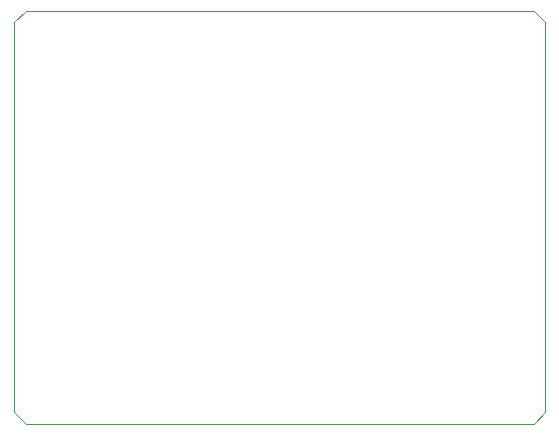
<source format=gbr>
%TF.GenerationSoftware,KiCad,Pcbnew,(6.0.6)*%
%TF.CreationDate,2022-08-05T03:01:18+02:00*%
%TF.ProjectId,toolhead_pcb,746f6f6c-6865-4616-945f-7063622e6b69,rev?*%
%TF.SameCoordinates,Original*%
%TF.FileFunction,Profile,NP*%
%FSLAX46Y46*%
G04 Gerber Fmt 4.6, Leading zero omitted, Abs format (unit mm)*
G04 Created by KiCad (PCBNEW (6.0.6)) date 2022-08-05 03:01:18*
%MOMM*%
%LPD*%
G01*
G04 APERTURE LIST*
%TA.AperFunction,Profile*%
%ADD10C,0.100000*%
%TD*%
G04 APERTURE END LIST*
D10*
X20000000Y-21000000D02*
X20000000Y-54000000D01*
X20000000Y-21000000D02*
X21000000Y-20000000D01*
X64000000Y-55000000D02*
X21000000Y-55000000D01*
X64000000Y-20000000D02*
X65000000Y-21000000D01*
X20000000Y-54000000D02*
X21000000Y-55000000D01*
X64000000Y-20000000D02*
X21000000Y-20000000D01*
X65000000Y-21000000D02*
X65000000Y-54000000D01*
X65000000Y-54000000D02*
X64000000Y-55000000D01*
M02*

</source>
